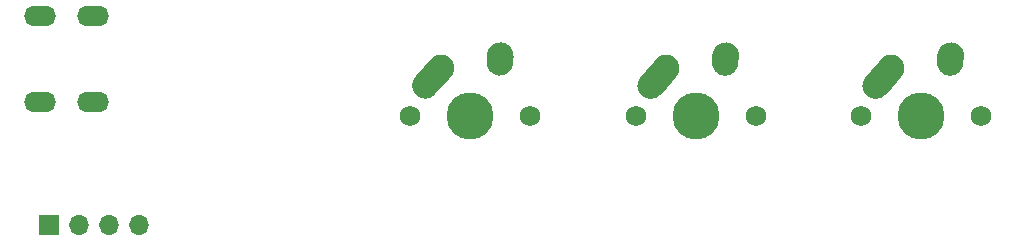
<source format=gbr>
%TF.GenerationSoftware,KiCad,Pcbnew,(5.1.9)-1*%
%TF.CreationDate,2021-08-14T13:48:32-04:00*%
%TF.ProjectId,samd21,73616d64-3231-42e6-9b69-6361645f7063,rev?*%
%TF.SameCoordinates,Original*%
%TF.FileFunction,Soldermask,Bot*%
%TF.FilePolarity,Negative*%
%FSLAX46Y46*%
G04 Gerber Fmt 4.6, Leading zero omitted, Abs format (unit mm)*
G04 Created by KiCad (PCBNEW (5.1.9)-1) date 2021-08-14 13:48:32*
%MOMM*%
%LPD*%
G01*
G04 APERTURE LIST*
%ADD10O,1.700000X1.700000*%
%ADD11R,1.700000X1.700000*%
%ADD12O,2.700000X1.700000*%
%ADD13C,1.750000*%
%ADD14C,2.250000*%
%ADD15C,3.987800*%
G04 APERTURE END LIST*
D10*
%TO.C,J1*%
X101346000Y-72009000D03*
X98806000Y-72009000D03*
X96266000Y-72009000D03*
D11*
X93726000Y-72009000D03*
%TD*%
D12*
%TO.C,USB1*%
X92964000Y-54262000D03*
X92964000Y-61562000D03*
X97464000Y-61562000D03*
X97464000Y-54262000D03*
%TD*%
D13*
%TO.C,MX3*%
X172593000Y-62738000D03*
X162433000Y-62738000D03*
D14*
X165013000Y-58738000D03*
D15*
X167513000Y-62738000D03*
G36*
G01*
X162951688Y-61035350D02*
X162951683Y-61035345D01*
G75*
G02*
X162865655Y-59446683I751317J837345D01*
G01*
X164175657Y-57986683D01*
G75*
G02*
X165764319Y-57900655I837345J-751317D01*
G01*
X165764319Y-57900655D01*
G75*
G02*
X165850347Y-59489317I-751317J-837345D01*
G01*
X164540345Y-60949317D01*
G75*
G02*
X162951683Y-61035345I-837345J751317D01*
G01*
G37*
D14*
X170053000Y-57658000D03*
G36*
G01*
X169936483Y-59360395D02*
X169935597Y-59360334D01*
G75*
G02*
X168890666Y-58160597I77403J1122334D01*
G01*
X168930666Y-57580597D01*
G75*
G02*
X170130403Y-56535666I1122334J-77403D01*
G01*
X170130403Y-56535666D01*
G75*
G02*
X171175334Y-57735403I-77403J-1122334D01*
G01*
X171135334Y-58315403D01*
G75*
G02*
X169935597Y-59360334I-1122334J77403D01*
G01*
G37*
%TD*%
D13*
%TO.C,MX2*%
X153543000Y-62738000D03*
X143383000Y-62738000D03*
D14*
X145963000Y-58738000D03*
D15*
X148463000Y-62738000D03*
G36*
G01*
X143901688Y-61035350D02*
X143901683Y-61035345D01*
G75*
G02*
X143815655Y-59446683I751317J837345D01*
G01*
X145125657Y-57986683D01*
G75*
G02*
X146714319Y-57900655I837345J-751317D01*
G01*
X146714319Y-57900655D01*
G75*
G02*
X146800347Y-59489317I-751317J-837345D01*
G01*
X145490345Y-60949317D01*
G75*
G02*
X143901683Y-61035345I-837345J751317D01*
G01*
G37*
D14*
X151003000Y-57658000D03*
G36*
G01*
X150886483Y-59360395D02*
X150885597Y-59360334D01*
G75*
G02*
X149840666Y-58160597I77403J1122334D01*
G01*
X149880666Y-57580597D01*
G75*
G02*
X151080403Y-56535666I1122334J-77403D01*
G01*
X151080403Y-56535666D01*
G75*
G02*
X152125334Y-57735403I-77403J-1122334D01*
G01*
X152085334Y-58315403D01*
G75*
G02*
X150885597Y-59360334I-1122334J77403D01*
G01*
G37*
%TD*%
D13*
%TO.C,MX1*%
X134470000Y-62724000D03*
X124310000Y-62724000D03*
D14*
X126890000Y-58724000D03*
D15*
X129390000Y-62724000D03*
G36*
G01*
X124828688Y-61021350D02*
X124828683Y-61021345D01*
G75*
G02*
X124742655Y-59432683I751317J837345D01*
G01*
X126052657Y-57972683D01*
G75*
G02*
X127641319Y-57886655I837345J-751317D01*
G01*
X127641319Y-57886655D01*
G75*
G02*
X127727347Y-59475317I-751317J-837345D01*
G01*
X126417345Y-60935317D01*
G75*
G02*
X124828683Y-61021345I-837345J751317D01*
G01*
G37*
D14*
X131930000Y-57644000D03*
G36*
G01*
X131813483Y-59346395D02*
X131812597Y-59346334D01*
G75*
G02*
X130767666Y-58146597I77403J1122334D01*
G01*
X130807666Y-57566597D01*
G75*
G02*
X132007403Y-56521666I1122334J-77403D01*
G01*
X132007403Y-56521666D01*
G75*
G02*
X133052334Y-57721403I-77403J-1122334D01*
G01*
X133012334Y-58301403D01*
G75*
G02*
X131812597Y-59346334I-1122334J77403D01*
G01*
G37*
%TD*%
M02*

</source>
